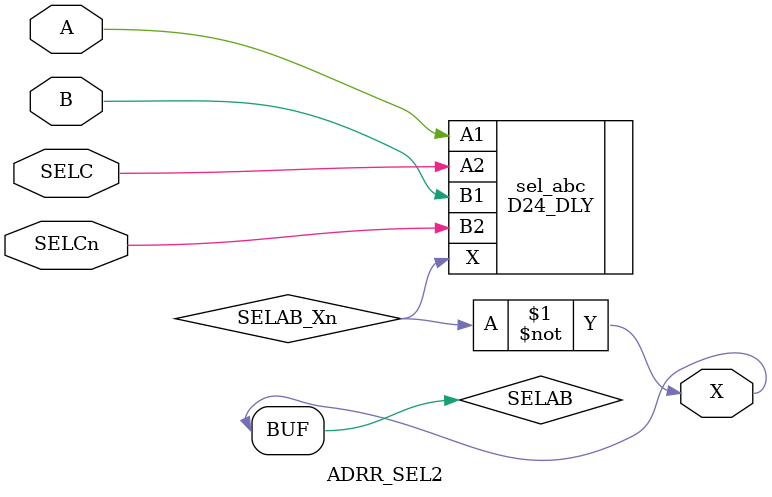
<source format=v>
/****************************************************************
 * Support modules for address selection.                       *
 * @Furrtek schematics on 052109 die:                           *
 * https://github.com/furrtek/VGChips/tree/master/Konami/052109 *
 * Author: @RndMnkIII                                           *
 * Repository: https://github.com/RndMnkIII/k052109_verilog     *
 * Version: 1.0 28/06/2021                                      *
 ***************************************************************/
`default_nettype none
`timescale 1ns/1ps

 module ADRR_SEL ( input A1,
                        input A2,
                        input B1,
                        input B2,
                        input C,
                 input SELA,
                 input SELAn,
                 input SELB,
                 input SELBn,
                 input SELC,
                 input SELCn,
                 output RA);
    wire SELAB_Xn;
    T5A_DLY sel_ab (.A1(A1), .A2(A2), .B1(B1), .B2(B2), .S1n(SELA), .S2(SELAn), .S3n(SELAn), .S4(SELA), .S5n(SELB), .S6(SELBn), .Xn(SELAB_Xn));

    wire SELAB; //Logic Cell V1N
    assign #0.55 SELAB = ~SELAB_Xn;

    wire SELABC_Xn;
    D24_DLY sel_abc (.A1(C), .A2(SELC), .B1(SELAB), .B2(SELCn), .X(SELABC_Xn)); 

    wire SELABC; //Logic Cell V2B
    assign #0.64 SELABC = ~SELABC_Xn;

    assign RA = SELABC;
endmodule

 module ADRR_SEL2 ( input A,
                    input B,
                    input SELC,
                    input SELCn,
                    output X);
    wire SELAB_Xn;
    D24_DLY sel_abc (.A1(A), .A2(SELC), .B1(B), .B2(SELCn), .X(SELAB_Xn)); 

    wire SELAB; //Logic Cell V2B
    assign #0.64 SELAB = ~SELAB_Xn;
    
    assign X = SELAB;
endmodule
</source>
